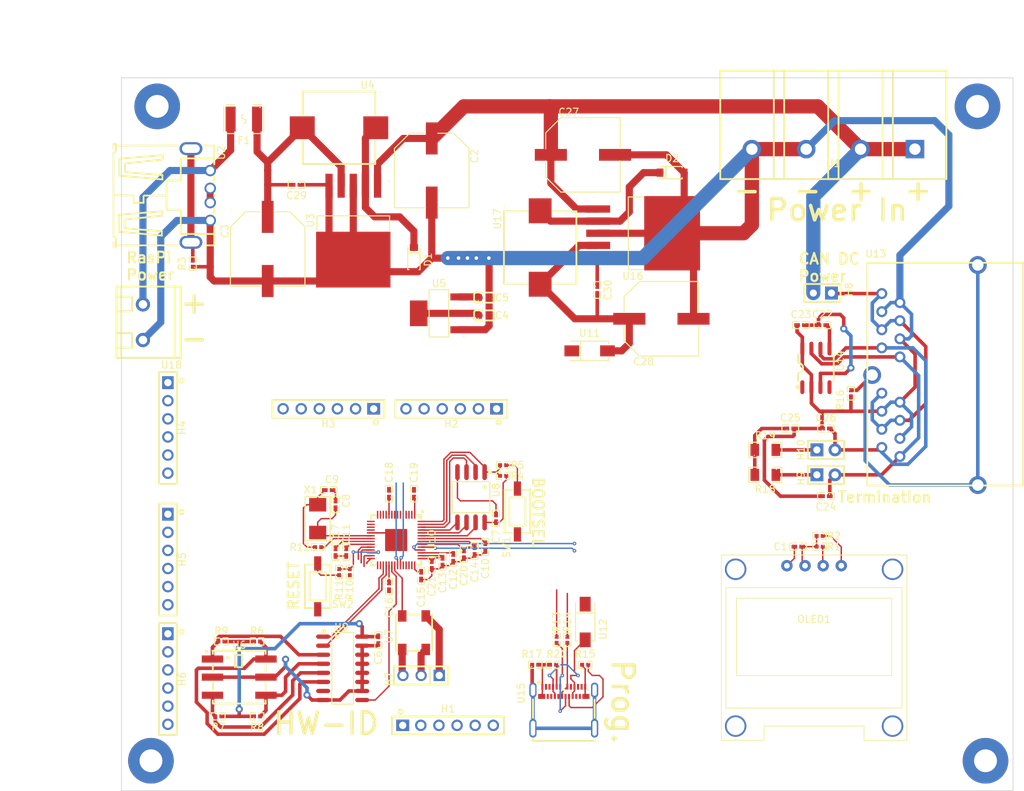
<source format=kicad_pcb>
(kicad_pcb (version 20221018) (generator pcbnew)
  (title_block (title "Dispensy Mainboard") (date "2024-01-21") (rev "0") (company "DrinkRobotics") (comment 1 "https://git.xythobuz.de/thomas/Dispensy") (comment 2 "Licensed under the CERN-OHL-S-2.0+") (comment 3 "PCB Thickness: 1mm") (comment 4 "Copyright (c) 2023 - 2024 Thomas Buck <thomas@xythobuz.de>"))
  (layers (0 "F.Cu" signal) (31 "B.Cu" signal) (34 "B.Paste" user) (35 "F.Paste" user) (36 "B.SilkS" user "B.Silkscreen") (37 "F.SilkS" user "F.Silkscreen") (38 "B.Mask" user) (39 "F.Mask" user) (44 "Edge.Cuts" user))
  (net 0 "")
  (net 1 "GND")
  (net 2 "+3.3V")
  (net 3 "+VDC")
  (net 4 "/EXT_PSU/Vout")
  (net 5 "+5V")
  (net 6 "Net-(U10-XIN)")
  (net 7 "Net-(X1-OSC2)")
  (net 8 "+1V1")
  (net 9 "Net-(U14-CANH)")
  (net 10 "Net-(C25-Pad1)")
  (net 11 "Net-(U14-CANL)")
  (net 12 "/PI/PI_PSU/Vout")
  (net 13 "Net-(U3-OUT)")
  (net 14 "Net-(U16-OUT)")
  (net 15 "/PI/ADC0")
  (net 16 "/PI/ADC1")
  (net 17 "/PI/ADC2")
  (net 18 "/PI/ADC3")
  (net 19 "/PI/IO0")
  (net 20 "/PI/IO1")
  (net 21 "/PI/IO2")
  (net 22 "/PI/IO3")
  (net 23 "/PI/IO4")
  (net 24 "/PI/IO5")
  (net 25 "/PI/IO6")
  (net 26 "/PI/IO7")
  (net 27 "/PI/IO8")
  (net 28 "/PI/IO9")
  (net 29 "/PI/IO10")
  (net 30 "/PI/IO11")
  (net 31 "/PI/IO12")
  (net 32 "/PI/IO13")
  (net 33 "/PI/IO14")
  (net 34 "/PI/IO15")
  (net 35 "/PI/Debug_Clock")
  (net 36 "/PI/Debug_Data")
  (net 37 "/PI/Debug_Tx")
  (net 38 "/PI/Debug_Rx")
  (net 39 "Net-(U7-DO)")
  (net 40 "Net-(H8-Pad1)")
  (net 41 "Net-(H9-Pad1)")
  (net 42 "Net-(H10-Pad1)")
  (net 43 "/PI/I2C_SCL")
  (net 44 "/PI/I2C_SDA")
  (net 45 "Net-(U2-SH1)")
  (net 46 "/PI/SPI_FLASH.SS")
  (net 47 "Net-(R5-Pad1)")
  (net 48 "Net-(U9-D7)")
  (net 49 "Net-(U9-D6)")
  (net 50 "Net-(U9-D5)")
  (net 51 "Net-(U9-D4)")
  (net 52 "Net-(U10-RUN)")
  (net 53 "Net-(R11-Pad2)")
  (net 54 "Net-(U10-XOUT)")
  (net 55 "/PI/USBC.DP")
  (net 56 "Net-(U10-USB_DP)")
  (net 57 "/PI/USBC.DM")
  (net 58 "Net-(U10-USB_DM)")
  (net 59 "Net-(U15-CC2)")
  (net 60 "Net-(R16-Pad1)")
  (net 61 "/PI/USBC.SHIELD")
  (net 62 "Net-(U15-CC1)")
  (net 63 "Net-(U2-D+)")
  (net 64 "/PI/LED_Din")
  (net 65 "/PI/SPI_FLASH.SD1")
  (net 66 "/PI/SPI_FLASH.SD2")
  (net 67 "/PI/SPI_FLASH.SD0")
  (net 68 "/PI/SPI_FLASH.SCLK")
  (net 69 "/PI/SPI_FLASH.SD3")
  (net 70 "/PI/SR_Load")
  (net 71 "/PI/SR_Clock")
  (net 73 "/PI/SR_Data")
  (net 74 "Net-(U10-GPIO24)")
  (net 75 "Net-(U10-GPIO25)")
  (net 76 "/PI/USBC.VBUS")
  (net 87 "Net-(U2-VCC)")
  (footprint "jlc_footprints:HDR-TH_3P-P2.54-V-F" (layer "F.Cu") (at 135.5 131.552545 180)
    (fp_text reference "H7")
    (fp_text value "WS2812")
  )
  (footprint "jlc_footprints:C0402" (layer "F.Cu") (at 138.5 115.59763 -90)
    (fp_text reference "C13")
    (fp_text value "1uF")
  )
  (footprint "jlc_footprints:R1206" (layer "F.Cu") (at 183.754966 99.907765)
    (fp_text reference "R19")
    (fp_text value "60R4")
  )
  (footprint "jlc_footprints:TO-263-5_L10.6-W9.6-P1.70-LS15.9-BR" (layer "F.Cu") (at 125.990456 68.034258 90)
    (fp_text reference "U3")
    (fp_text value "LM2576S-5_0_TR")
  )
  (footprint "jlc_footprints:R0402" (layer "F.Cu") (at 125.5 117.052545 -90)
    (fp_text reference "R10")
    (fp_text value "10K")
  )
  (footprint "jlc_footprints:CAP-SMD_BD10.0-L10.3-W10.3-FD" (layer "F.Cu") (at 158.190482 58.51762)
    (fp_text reference "C27")
    (fp_text value "100uF")
  )
  (footprint "jlc_footprints:HDR-TH_6P-P2.54-V-F" (layer "F.Cu") (at 100 96.822548 -90)
    (fp_text reference "H4")
    (fp_text value "IO_C")
  )
  (footprint "jlc_footprints:CONN-TH_4P-P7.62_L15.2-W31.7-EX4.2" (layer "F.Cu") (at 193.300464 57.717646 180)
    (fp_text reference "U1")
    (fp_text value "DBT50G-7_62-4P")
  )
  (footprint "jlc_footprints:R0402" (layer "F.Cu") (at 156 126.552545 -90)
    (fp_text reference "R14")
    (fp_text value "27R4")
  )
  (footprint "jlc_footprints:RJ45-TH_DS1129-05-S80BP-X" (layer "F.Cu") (at 206.140469 89.407765 90)
    (fp_text reference "U13")
    (fp_text value "CAN_IO")
  )
  (footprint "jlc_footprints:SOD-123_L2.8-W1.8-LS3.7-RD" (layer "F.Cu") (at 170.690482 61.01762)
    (fp_text reference "D2")
    (fp_text value "MBR340F")
  )
  (footprint "jlc_footprints:C0402" (layer "F.Cu") (at 188.754966 82.407765 180)
    (fp_text reference "C23")
    (fp_text value "47nF")
  )
  (footprint "jlc_footprints:F1812" (layer "F.Cu") (at 110.646558 53.5 180)
    (fp_text reference "F1")
    (fp_text value "ASMD1812-350-16V")
  )
  (footprint "jlc_footprints:C0402" (layer "F.Cu") (at 125 114.25 -90)
    (fp_text reference "C11")
    (fp_text value "100nF")
  )
  (footprint "jlc_footprints:CAP-SMD_BD10.0-L10.3-W10.3-FD" (layer "F.Cu") (at 136.990456 60.717646 -90)
    (fp_text reference "C2")
    (fp_text value "100uF")
  )
  (footprint "jlc_footprints:R0402" (layer "F.Cu") (at 112.5 126.78813)
    (fp_text reference "R6")
    (fp_text value "10K")
  )
  (footprint "jlc_footprints:C0402" (layer "F.Cu") (at 188.374904 113.48238 180)
    (fp_text reference "C1")
    (fp_text value "100nF")
  )
  (footprint "jlc_footprints:R0402" (layer "F.Cu") (at 154.5 126.552545 -90)
    (fp_text reference "R13")
    (fp_text value "27R4")
  )
  (footprint "jlc_footprints:C0402" (layer "F.Cu") (at 137 116.052545 -90)
    (fp_text reference "C21")
    (fp_text value "100nF")
  )
  (footprint "jlc_footprints:C0402" (layer "F.Cu") (at 192.254966 96.907765)
    (fp_text reference "C26")
    (fp_text value "100pF")
  )
  (footprint "jlc_footprints:HDR-TH_6P-P2.54-V-F" (layer "F.Cu") (at 100 132.052545 -90)
    (fp_text reference "H6")
    (fp_text value "Debug")
  )
  (footprint "jlc_footprints:C0402" (layer "F.Cu") (at 131 119.052545 -90)
    (fp_text reference "C16")
    (fp_text value "100nF")
  )
  (footprint "jlc_footprints:SOT-223-4_L6.5-W3.5-P2.30-LS7.0-BR" (layer "F.Cu") (at 138 80.75)
    (fp_text reference "U5")
    (fp_text value "AMS1117-3_3_C347222")
  )
  (footprint "jlc_footprints:SOIC-8_L5.0-W4.0-P1.27-LS6.0-BL" (layer "F.Cu") (at 190.849962 88.407765)
    (fp_text reference "U14")
    (fp_text value "TJA1042T_3_1J")
  )
  (footprint "jlc_footprints:CONN-TH_XY300V-A-5.0-2P" (layer "F.Cu") (at 96.5 82 90)
    (fp_text reference "U18")
    (fp_text value "XY300V-A-5_0-2P")
  )
  (footprint "jlc_footprints:LED-SMD_4P-L5.0-W5.0-LS5.4-TL-1" (layer "F.Cu") (at 134.5 125.552545 90)
    (fp_text reference "U7")
    (fp_text value "WS2812E-V5")
  )
  (footprint "MountingHole:MountingHole_3.2mm_M3_Pad_TopBottom" (layer "F.Cu") (at 213.5 51.717646)
    (fp_text reference "H12" hide)
    (fp_text value "MountingHole" hide)
  )
  (footprint "jlc_footprints:HDR-TH_6P-P2.54-V-F" (layer "F.Cu") (at 139.270003 138.552545)
    (fp_text reference "H1")
    (fp_text value "IO_ADC")
  )
  (footprint "jlc_footprints:R0402" (layer "F.Cu") (at 103.490456 73.784829 90)
    (fp_text reference "R3")
    (fp_text value "1M")
  )
  (footprint "jlc_footprints:C0402" (layer "F.Cu") (at 146 109.50746 90)
    (fp_text reference "C7")
    (fp_text value "100nF")
  )
  (footprint "jlc_footprints:C0402" (layer "F.Cu") (at 122.545085 105.552545 180)
    (fp_text reference "C9")
    (fp_text value "27p")
  )
  (footprint "jlc_footprints:HDR-TH_2P-P2.54-V-M-1" (layer "F.Cu") (at 191.754966 77.907765 180)
    (fp_text reference "H8")
    (fp_text value "PWR")
  )
  (footprint "jlc_footprints:HDR-TH_6P-P2.54-V-F" (layer "F.Cu") (at 139.730124 94.142588 180)
    (fp_text reference "H2")
    (fp_text value "IO_A")
  )
  (footprint "jlc_footprints:R0402" (layer "F.Cu") (at 191.374904 113.48238 180)
    (fp_text reference "R1")
    (fp_text value "10K")
  )
  (footprint "jlc_footprints:R0402" (layer "F.Cu") (at 154 130.052545 180)
    (fp_text reference "R20")
    (fp_text value "5K1")
  )
  (footprint "jlc_footprints:C0402" (layer "F.Cu") (at 131 106.052545 90)
    (fp_text reference "C18")
    (fp_text value "100nF")
  )
  (footprint "jlc_footprints:USB-C-SMD_TYPE-C-USB-18" (layer "F.Cu") (at 155.5 136.052545)
    (fp_text reference "U15")
    (fp_text value "USB-C")
  )
  (footprint "jlc_footprints:C0402" (layer "F.Cu") (at 140 115.052545 -90)
    (fp_text reference "C12")
    (fp_text value "1uF")
  )
  (footprint "jlc_footprints:OSC-SMD_2P-L5.0-W3.2" (layer "F.Cu") (at 121 109.552545 90)
    (fp_text reference "X1")
    (fp_text value "12MHz")
  )
  (footprint "jlc_footprints:SW-SMD_L6.1-W3.6-LS6.6" (layer "F.Cu") (at 149 108.552545 -90)
    (fp_text reference "SW1")
    (fp_text value "BOOTSEL")
  )
  (footprint "MountingHole:MountingHole_3.2mm_M3_Pad_TopBottom" (layer "F.Cu") (at 98.5 51.717646)
    (fp_text reference "H11" hide)
    (fp_text value "MountingHole" hide)
  )
  (footprint "jlc_footprints:TO-263-5_L10.6-W9.6-P1.70-LS15.9-BR" (layer "F.Cu") (at 165.507094 69.51762 180)
    (fp_text reference "U16")
    (fp_text value "LM2576S-5_0_TR")
  )
  (footprint "jlc_footprints:R0402" (layer "F.Cu") (at 124 117.052545 -90)
    (fp_text reference "R11")
    (fp_text value "1K")
  )
  (footprint "jlc_footprints:R0402" (layer "F.Cu") (at 121.067183 113.552545)
    (fp_text reference "R12")
    (fp_text value "1K")
  )
  (footprint "jlc_footprints:HDR-TH_6P-P2.54-V-F" (layer "F.Cu") (at 122.500127 94.142588 180)
    (fp_text reference "H3")
    (fp_text value "IO_B")
  )
  (footprint "jlc_footprints:SW-SMD_L6.1-W3.6-LS6.6" (layer "F.Cu") (at 121 119.052545 -90)
    (fp_text reference "SW2")
    (fp_text value "RESET")
  )
  (footprint "jlc_footprints:R0402" (layer "F.Cu") (at 151.5 130.052545)
    (fp_text reference "R17")
    (fp_text value "1M")
  )
  (footprint "jlc_footprints:R0402" (layer "F.Cu") (at 147 103.552545 180)
    (fp_text reference "R4")
    (fp_text value "10K")
  )
  (footprint "jlc_footprints:R0402" (layer "F.Cu") (at 158.5 130.052545 180)
    (fp_text reference "R15")
    (fp_text value "5K1")
  )
  (footprint "jlc_footprints:C0402" (layer "F.Cu") (at 141.5 114.552545 -90)
    (fp_text reference "C20")
    (fp_text value "100nF")
  )
  (footprint "jlc_footprints:SOIC-8_L5.3-W5.3-P1.27-LS8.0-BL" (layer "F.Cu") (at 142.5 106.552545 180)
    (fp_text reference "U8")
    (fp_text value "W25Q128JVSIQ")
  )
  (footprint "jlc_footprints:C0402" (layer "F.Cu") (at 192.254966 106.407765 180)
    (fp_text reference "C24")
    (fp_text value "100pF")
  )
  (footprint "jlc_footprints:SMA_L4.4-W2.8-LS5.4-R-RD" (layer "F.Cu") (at 159.125096 86.01762)
    (fp_text reference "U11")
    (fp_text value "SS54_C22452")
  )
  (footprint "MountingHole:MountingHole_3.2mm_M3_Pad_TopBottom" (layer "F.Cu") (at 214.625096 143.51762)
    (fp_text reference "H14" hide)
    (fp_text value "MountingHole" hide)
  )
  (footprint "jlc_footprints:CAP-SMD_BD10.0-L10.3-W10.3-LS11.3-FD" (layer "F.Cu") (at 113.990456 71.717646 -90)
    (fp_text reference "C3")
    (fp_text value "1000uF")
  )
  (footprint "jlc_footprints:CAP-SMD_BD10.0-L10.3-W10.3-LS11.3-FD" (layer "F.Cu") (at 169.190482 81.51762)
    (fp_text reference "C28")
    (fp_text value "1000uF")
  )
  (footprint "jlc_footprints:C0402" (layer "F.Cu") (at 144.5 113.552545 -90)
    (fp_text reference "C10")
    (fp_text value "100nF")
  )
  (footprint "jlc_footprints:C0603" (layer "F.Cu") (at 144.3349 78.549975)
    (fp_text reference "C5")
    (fp_text value "10uF")
  )
  (footprint "jlc_footprints:C0402" (layer "F.Cu") (at 134.5 106.052545 90)
    (fp_text reference "C19")
    (fp_text value "100nF")
  )
  (footprint "jlc_footprints:C0402" (layer "F.Cu") (at 135.5 117.552545 -90)
    (fp_text reference "C15")
    (fp_text value "100nF")
  )
  (footprint "jlc_footprints:R0402" (layer "F.Cu") (at 195.754966 91.974948 -90)
    (fp_text reference "R16")
    (fp_text value "1M")
  )
  (footprint "jlc_footprints:SMA_L4.4-W2.8-LS5.4-R-RD" (layer "F.Cu") (at 158.5 124.052545 -90)
    (fp_text reference "U12")
    (fp_text value "SS54_C22452")
  )
  (footprint "jlc_footprints:R0402" (layer "F.Cu") (at 147 102.052545 180)
    (fp_text reference "R5")
    (fp_text value "1K")
  )
  (footprint "jlc_footprints:SW-SMD_SM_SKCR-16S" (layer "F.Cu") (at 110 131.78813 90)
    (fp_text reference "U6")
    (fp_text value "SKCR-16S")
  )
  (footprint "jlc_footprints:C0603" (layer "F.Cu") (at 144.3349 81.049975)
    (fp_text reference "C4")
    (fp_text value "10uF")
  )
  (footprint "jlc_footprints:C0402" (layer "F.Cu") (at 187.254966 96.907765)
    (fp_text reference "C25")
    (fp_text value "4.7nF")
  )
  (footprint "jlc_footprints:C0402" (layer "F.Cu") (at 143 114.09763 -90)
    (fp_text reference "C14")
    (fp_text value "100nF")
  )
  (footprint "jlc_footprints:R1206" (layer "F.Cu") (at 183.754966 103.407765 180)
    (fp_text reference "R18")
    (fp_text value "60R4")
  )
  (footprint "jlc_footprints:USB-A-TH_USB-302-T" (layer "F.Cu") (at 104.581769 64.217646 -90)
    (fp_text reference "U2")
    (fp_text value "USB-A")
  )
  (footprint "jlc_footprints:C0402" (layer "F.Cu") (at 129.5 126.59763 90)
    (fp_text reference "C6")
    (fp_text value "100nF")
  )
  (footprint "jlc_footprints:SOIC-16_L9.9-W3.9-P1.27-LS6.0-BL" (layer "F.Cu") (at 124.5 130.552545 -90)
    (fp_text reference "U9")
    (fp_text value "74HC165D,653")
  )
  (footprint "jlc_footprints:R0402" (layer "F.Cu") (at 191.374904 111.98238 180)
    (fp_text reference "R2")
    (fp_text value "10K")
  )
  (footprint "MountingHole:MountingHole_3.2mm_M3_Pad_TopBottom" (layer "F.Cu") (at 97.625096 143.51762)
    (fp_text reference "H13" hide)
    (fp_text value "MountingHole" hide)
  )
  (footprint "jlc_footprints:SOD-123_L2.8-W1.8-LS3.7-RD" (layer "F.Cu") (at 134.490456 73.217646 -90)
    (fp_text reference "D1")
    (fp_text value "MBR340F")
  )
  (footprint "jlc_footprints:IND-SMD_L11.5-W10.0_YSPI1050" (layer "F.Cu") (at 152.190482 71.51762 -90)
    (fp_text reference "U17")
    (fp_text value "100uH")
  )
  (footprint "jlc_footprints:LQFN-56_L7.0-W7.0-P0.4-EP" (layer "F.Cu") (at 131.999873 112.552545 -90)
    (fp_text reference "U10")
    (fp_text value "RP2040")
  )
  (footprint "jlc_footprints:HDR-TH_6P-P2.54-V-F" (layer "F.Cu") (at 100 115.282542 -90)
    (fp_text reference "H5")
    (fp_text value "IO_D")
  )
  (footprint "jlc_footprints:IND-SMD_L11.5-W10.0_YSPI1050" (layer "F.Cu") (at 123.990456 54.717646 180)
    (fp_text reference "U4")
    (fp_text value "100uH")
  )
  (footprint "jlc_footprints:R0402" (layer "F.Cu") (at 112.5 137.28813)
    (fp_text reference "R8")
    (fp_text value "10K")
  )
  (footprint "jlc_footprints:C0402" (layer "F.Cu") (at 123.5 107.552545 -90)
    (fp_text reference "C8")
    (fp_text value "27p")
  )
  (footprint "jlc_footprints:C0402" (layer "F.Cu") (at 118.035541 62.717646 180)
    (fp_text reference "C29")
    (fp_text value "100nF")
  )
  (footprint "jlc_footprints:R0402" (layer "F.Cu") (at 107.5 126.78813 180)
    (fp_text reference "R9")
    (fp_text value "10K")
  )
  (footprint "extern:SSD1306_0.96_Oled" (layer "F.Cu") (at 177.595 140.655)
    (fp_text reference "OLED1")
    (fp_text value "SSD1306")
  )
  (footprint "jlc_footprints:C0402" (layer "F.Cu") (at 191.754966 82.407765)
    (fp_text reference "C22")
    (fp_text value "100nF")
  )
  (footprint "jlc_footprints:C0402" (layer "F.Cu") (at 123.5 114.25 -90)
    (fp_text reference "C17")
    (fp_text value "100nF")
  )
  (footprint "jlc_footprints:HDR-TH_2P-P2.54-V-M-1" (layer "F.Cu") (at 192.254966 99.907765)
    (fp_text reference "H10")
    (fp_text value "T_CL")
  )
  (footprint "jlc_footprints:R0402" (layer "F.Cu") (at 107.067183 137.28813 180)
    (fp_text reference "R7")
    (fp_text value "10K")
  )
  (footprint "jlc_footprints:HDR-TH_2P-P2.54-V-M-1" (layer "F.Cu") (at 192.254966 103.407765)
    (fp_text reference "H9")
    (fp_text value "T_CH")
  )
  (footprint "jlc_footprints:C0402" (layer "F.Cu") (at 160.190482 77.472535 -90)
    (fp_text reference "C30")
    (fp_text value "100nF")
  )
  (gr_rect (start 93.490456 47.717646) (end 218.490456 147.717646) (stroke (width 0.1)) (fill none) (layer "Edge.Cuts"))
  (gr_text "BOOTSEL" (at 151 103.552545 -90) (layer "F.SilkS") (effects (font (size 1.5 1.5) (thickness 0.3) bold) (justify left bottom)))
  (gr_text "Power In" (at 183.625096 68.01762) (layer "F.SilkS") (effects (font (size 3 3) (thickness 0.5) bold) (justify left bottom)))
  (gr_text "-" (at 178.990456 65.217646) (layer "F.SilkS") (effects (font (size 3 3) (thickness 0.5) bold) (justify left bottom)))
  (gr_text "Termination" (at 193.754966 107.407765) (layer "F.SilkS") (effects (font (size 1.5 1.5) (thickness 0.3) bold) (justify left bottom)))
  (gr_text "+" (at 194.990456 65.217646) (layer "F.SilkS") (effects (font (size 3 3) (thickness 0.5) bold) (justify left bottom)))
  (gr_text "RasPi\nPower" (at 93.990456 76.217646) (layer "F.SilkS") (effects (font (size 1.5 1.5) (thickness 0.3) bold) (justify left bottom)))
  (gr_text "-" (at 101.5 86) (layer "F.SilkS") (effects (font (size 3 3) (thickness 0.5) bold) (justify left bottom)))
  (gr_text "HW-ID" (at 114.5 140.052545) (layer "F.SilkS") (effects (font (size 3 3) (thickness 0.5) bold) (justify left bottom)))
  (gr_text "Prog." (at 162 129.052545 -90) (layer "F.SilkS") (effects (font (size 3 3) (thickness 0.5) bold) (justify left bottom)))
  (gr_text "+" (at 202.990456 65.217646) (layer "F.SilkS") (effects (font (size 3 3) (thickness 0.5) bold) (justify left bottom)))
  (gr_text "RESET" (at 118.5 122.552545 90) (layer "F.SilkS") (effects (font (size 1.5 1.5) (thickness 0.3) bold) (justify left bottom)))
  (gr_text "CAN DC\nPower" (at 188.254966 76.407765) (layer "F.SilkS") (effects (font (size 1.5 1.5) (thickness 0.3) bold) (justify left bottom)))
  (gr_text "+" (at 101.5 81) (layer "F.SilkS") (effects (font (size 3 3) (thickness 0.5) bold) (justify left bottom)))
  (gr_text "-" (at 187.490456 65.217646) (layer "F.SilkS") (effects (font (size 3 3) (thickness 0.5) bold) (justify left bottom)))
  (segment (start 134.490456 74.910051) (end 127.682861 74.910051) (width 1) (layer "F.Cu") (net 1))
  (segment (start 138.045085 116.59763) (end 138.5 116.142715) (width 0.2) (layer "F.Cu") (net 1))
  (segment (start 127.235585 131.187546) (end 127.235585 129.917544) (width 0.5) (layer "F.Cu") (net 1))
  (segment (start 145.034925 78.549975) (end 145.034925 73.034925) (width 1) (layer "F.Cu") (net 1))
  (segment (start 141.5 115.09763) (end 142.545085 115.09763) (width 0.2) (layer "F.Cu") (net 1))
  (segment (start 125.990456 62.85087) (end 125.990456 73.217646) (width 1) (layer "F.Cu") (net 1))
  (segment (start 151.932817 130.052545) (end 152.5 130.052545) (width 0.5) (layer "F.Cu") (net 1))
  (segment (start 158.5 130.622547) (end 158.067183 130.18973) (width 0.2) (layer "F.Cu") (net 1))
  (segment (start 191.709881 96.907765) (end 191.709881 94.532733) (width 0.5) (layer "F.Cu") (net 1))
  (segment (start 116.5 129.28813) (end 116.5 130.28813) (width 0.5) (layer "F.Cu") (net 1))
  (segment (start 106.490329 76.217519) (end 113.990456 76.217519) (width 1) (layer "F.Cu") (net 1))
  (segment (start 172.382887 67.825215) (end 170.690482 69.51762) (width 1) (layer "F.Cu") (net 1))
  (segment (start 173.690355 81.51762) (end 173.690355 72.517493) (width 1) (layer "F.Cu") (net 1))
  (segment (start 145.5 107.052545) (end 146 107.552545) (width 0.2) (layer "F.Cu") (net 1))
  (segment (start 141 115.59763) (end 141.5 115.09763) (width 0.2) (layer "F.Cu") (net 1))
  (segment (start 187.625096 98.01762) (end 187.800051 97.842665) (width 0.5) (layer "F.Cu") (net 1))
  (segment (start 184.125096 98.01762) (end 187.625096 98.01762) (width 0.5) (layer "F.Cu") (net 1))
  (segment (start 136.990456 73.009544) (end 136.990456 65.217519) (width 1) (layer "F.Cu") (net 1))
  (segment (start 141 107.052545) (end 145.5 107.052545) (width 0.2) (layer "F.Cu") (net 1))
  (segment (start 202.625458 93.217646) (end 204.754966 91.088138) (width 0.5) (layer "F.Cu") (net 1))
  (segment (start 122.990583 76.217519) (end 125.990456 73.217646) (width 1) (layer "F.Cu") (net 1))
  (segment (start 123.09017 105.552545) (end 123.5 105.962375) (width 0.2) (layer "F.Cu") (net 1))
  (segment (start 190.214961 93.36776) (end 191.334849 94.487648) (width 0.5) (layer "F.Cu") (net 1))
  (segment (start 134.490456 74.910051) (end 135.089949 74.910051) (width 1) (layer "F.Cu") (net 1))
  (segment (start 167.290431 72.917671) (end 170.690482 69.51762) (width 1) (layer "F.Cu") (net 1))
  (segment (start 127.235585 132.457549) (end 127.235585 131.187546) (width 0.5) (layer "F.Cu") (net 1))
  (segment (start 152.5 133.142588) (end 152.5 134.392525) (width 0.2) (layer "F.Cu") (net 1))
  (segment (start 183.625096 98.51762) (end 184.125096 98.01762) (width 0.5) (layer "F.Cu") (net 1))
  (segment (start 158.5 134.392525) (end 158.600076 134.492601) (width 0.2) (layer "F.Cu") (net 1))
  (segment (start 172.382887 61.01762) (end 172.382887 67.825215) (width 1) (layer "F.Cu") (net 1))
  (segment (start 158.067183 130.18973) (end 158.067183 130.052545) (width 0.2) (layer "F.Cu") (net 1))
  (segment (start 185.87949 106.407765) (end 183.625096 104.153371) (width 0.5) (layer "F.Cu") (net 1))
  (segment (start 145.034925 73.034925) (end 145 73) (width 1) (layer "F.Cu") (net 1))
  (segment (start 138.040005 131.552545) (end 138.040005 125.092423) (width 1) (layer "F.Cu") (net 1))
  (segment (start 129.265176 127.377539) (end 129.5 127.142715) (width 0.5) (layer "F.Cu") (net 1))
  (segment (start 136.990456 73.009544) (end 139.240456 73.009544) (width 1) (layer "F.Cu") (net 1))
  (segment (start 143.954915 114.642715) (end 144.5 114.09763) (width 0.2) (layer "F.Cu") (net 1))
  (segment (start 135.5 118.09763) (end 136.454915 118.09763) (width 0.2) (layer "F.Cu") (net 1))
  (segment (start 142.545085 115.09763) (end 143 114.642715) (width 0.2) (layer "F.Cu") (net 1))
  (segment (start 145.034925 78.549975) (end 145.034925 81.049975) (width 1) (layer "F.Cu") (net 1))
  (segment (start 152.5 130.052545) (end 153.567183 130.052545) (width 0.5) (layer "F.Cu") (net 1))
  (segment (start 137 116.59763) (end 138.045085 116.59763) (width 0.2) (layer "F.Cu") (net 1))
  (segment (start 127.682861 74.910051) (end 125.990456 73.217646) (width 1) (layer "F.Cu") (net 1))
  (segment (start 195.754966 92.407765) (end 195.754966 94.487648) (width 0.5) (layer "F.Cu") (net 1))
  (segment (start 137 117.552545) (end 137 116.59763) (width 0.2) (layer "F.Cu") (net 1))
  (segment (start 162.690355 58.51762) (end 169.882887 58.51762) (width 1) (layer "F.Cu") (net 1))
  (segment (start 128.449835 111.552545) (end 131 111.552545) (width 0.2) (layer "F.Cu") (net 1))
  (segment (start 127.235585 133.727551) (end 127.235585 132.457549) (width 0.5) (layer "F.Cu") (net 1))
  (segment (start 124.11557 134.997554) (end 121.764415 134.997554) (width 0.5) (layer "F.Cu") (net 1))
  (segment (start 152.5 133.142588) (end 152.5 130.052545) (width 0.2) (layer "F.Cu") (net 1))
  (segment (start 145.034925 82.499975) (end 145.034925 81.049975) (width 1) (layer "F.Cu") (net 1))
  (segment (start 136.454915 118.09763) (end 137 117.552545) (width 0.2) (layer "F.Cu") (net 1))
  (segment (start 189.490456 57.717646) (end 181.870441 57.717646) (width 2) (layer "F.Cu") (net 1))
  (segment (start 160.323706 69.51762) (end 170.690482 69.51762) (width 1) (layer "F.Cu") (net 1))
  (segment (start 188.944958 84.097757) (end 188.209881 83.36268) (width 0.5) (layer "F.Cu") (net 1))
  (segment (start 116.5 130.28813) (end 115 131.78813) (width 0.5) (layer "F.Cu") (net 1))
  (segment (start 122.590405 62.85087) (end 122.590405 69.817595) (width 1) (layer "F.Cu") (net 1))
  (segment (start 140.594996 106.647541) (end 141 107.052545) (width 0.2) (layer "F.Cu") (net 1))
  (segment (start 173.690355 72.517493) (end 170.690482 69.51762) (width 1) (layer "F.Cu") (net 1))
  (segment (start 105.936735 74.217646) (end 105.936735 75.663925) (width 1) (layer "F.Cu") (net 1))
  (segment (start 190.214961 89.36776) (end 188.944958 88.097757) (width 0.5) (layer "F.Cu") (net 1))
  (segment (start 187.800051 97.842665) (end 187.800051 96.907765) (width 0.5) (layer "F.Cu") (net 1))
  (segment (start 146 107.552545) (end 146 108.962375) (width 0.2) (layer "F.Cu") (net 1))
  (segment (start 187.829819 113.48238) (end 187.829819 115.110181) (width 0.2) (layer "F.Cu") (net 1))
  (segment (start 180.690482 69.51762) (end 170.690482 69.51762) (width 2) (layer "F.Cu") (net 1))
  (segment (start 125 114.795085) (end 123.5 114.795085) (width 0.2) (layer "F.Cu") (net 1))
  (segment (start 152.5 134.392525) (end 152.399924 134.492601) (width 0.2) (layer "F.Cu") (net 1))
  (segment (start 158.5 133.142588) (end 158.5 134.392525) (width 0.2) (layer "F.Cu") (net 1))
  (segment (start 127.235585 133.727551) (end 125.385573 133.727551) (width 0.5) (layer "F.Cu") (net 1))
  (segment (start 183.625096 104.153371) (end 183.625096 98.51762) (width 0.5) (layer "F.Cu") (net 1))
  (segment (start 181.870441 57.717646) (end 181.870441 68.337661) (width 2) (layer "F.Cu") (net 1))
  (segment (start 158.5 133.142588) (end 158.5 130.622547) (width 0.2) (layer "F.Cu") (net 1))
  (segment (start 113.990456 76.217519) (end 122.990583 76.217519) (width 1) (layer "F.Cu") (net 1))
  (segment (start 127.235585 127.377539) (end 127.235585 128.647541) (width 0.5) (layer "F.Cu") (net 1))
  (segment (start 127.235585 127.377539) (end 129.265176 127.377539) (width 0.5) (layer "F.Cu") (net 1))
  (segment (start 204.754966 86.457136) (end 202.625458 84.327628) (width 0.5) (layer "F.Cu") (net 1))
  (segment (start 140 115.59763) (end 141 115.59763) (width 0.2) (layer "F.Cu") (net 1))
  (segment (start 144.484925 83.049975) (end 145.034925 82.499975) (width 1) (layer "F.Cu") (net 1))
  (segment (start 188.944958 88.097757) (end 188.944958 85.70266) (width 0.5) (layer "F.Cu") (net 1))
  (segment (start 191.709881 106.407765) (end 185.87949 106.407765) (width 0.5) (layer "F.Cu") (net 1))
  (segment (start 122.590405 69.817595) (end 125.990456 73.217646) (width 1) (layer "F.Cu") (net 1))
  (segment (start 120.209424 134.997554) (end 119.5 134.28813) (width 0.5) (layer "F.Cu") (net 1))
  (segment (start 187.829819 115.110181) (end 186.785 116.155) (width 0.2) (layer "F.Cu") (net 1))
  (segment (start 105.936735 67.717773) (end 105.936735 74.217646) (width 1) (layer "F.Cu") (net 1))
  (segment (start 191.754966 94.487648) (end 195.754966 94.487648) (width 0.5) (layer "F.Cu") (net 1))
  (segment (start 204.754966 91.088138) (end 204.754966 86.457136) (width 0.5) (layer "F.Cu") (net 1))
  (segment (start 118.580626 62.717646) (end 122.457181 62.717646) (width 0.5) (layer "F.Cu") (net 1))
  (segment (start 140.594996 103.022446) (end 140.594996 106.647541) (width 0.2) (layer "F.Cu") (net 1))
  (segment (start 188.209881 82.407765) (end 188.209881 83.36268) (width 0.5) (layer "F.Cu") (net 1))
  (segment (start 115 131.78813) (end 113.750064 131.78813) (width 0.5) (layer "F.Cu") (net 1))
  (segment (start 160.190482 73.050895) (end 160.323706 72.917671) (width 0.5) (layer "F.Cu") (net 1))
  (segment (start 160.323706 72.917671) (end 167.290431 72.917671) (width 1) (layer "F.Cu") (net 1))
  (segment (start 188.944958 85.70266) (end 188.944958 84.097757) (width 0.5) (layer "F.Cu") (net 1))
  (segment (start 131 111.552545) (end 132 112.552545) (width 0.2) (layer "F.Cu") (net 1))
  (segment (start 135.089949 74.910051) (end 136.990456 73.009544) (width 1) (layer "F.Cu") (net 1))
  (segment (start 123.5 105.962375) (end 123.5 107.00746) (width 0.2) (layer "F.Cu") (net 1))
  (segment (start 105.936735 75.663925) (end 106.490329 76.217519) (width 1) (layer "F.Cu") (net 1))
  (segment (start 139.25 73) (end 145 73) (width 1) (layer "F.Cu") (net 1))
  (segment (start 103.490456 74.217646) (end 105.936735 74.217646) (width 0.5) (layer "F.Cu") (net 1))
  (segment (start 181.870441 68.337661) (end 180.690482 69.51762) (width 2) (layer "F.Cu") (net 1))
  (segment (start 106.249936 131.78813) (end 113.750064 131.78813) (width 0.5) (layer "F.Cu") (net 1))
  (segment (start 121.764415 134.997554) (end 120.209424 134.997554) (width 0.5) (layer "F.Cu") (net 1))
  (segment (start 195.754966 94.487648) (end 200.085452 94.487648) (width 0.5) (layer "F.Cu") (net 1))
  (segment (start 169.882887 58.51762) (end 172.382887 61.01762) (width 1) (layer "F.Cu") (net 1))
  (segment (start 191.334849 94.487648) (end 191.754966 94.487648) (width 0.5) (layer "F.Cu") (net 1))
  (segment (start 140.8349 83.049975) (end 144.484925 83.049975) (width 1) (layer "F.Cu") (net 1))
  (segment (start 139.240456 73.009544) (end 139.25 73) (width 1) (layer "F.Cu") (net 1))
  (segment (start 125.385573 133.727551) (end 124.11557 134.997554) (width 0.5) (layer "F.Cu") (net 1))
  (segment (start 160.190482 76.92745) (end 160.190482 73.050895) (width 0.5) (layer "F.Cu") (net 1))
  (segment (start 191.709881 96.907765) (end 187.800051 96.907765) (width 0.5) (layer "F.Cu") (net 1))
  (segment (start 122.457181 62.717646) (end 122.590405 62.85087) (width 0.5) (layer "F.Cu") (net 1))
  (segment (start 139.454915 116.142715) (end 140 115.59763) (width 0.2) (layer "F.Cu") (net 1))
  (segment (start 143 114.642715) (end 143.954915 114.642715) (width 0.2) (layer "F.Cu") (net 1))
  (segment (start 190.214961 91.11287) (end 190.214961 89.36776) (width 0.5) (layer "F.Cu") (net 1))
  (segment (start 190.214961 91.11287) (end 190.214961 93.36776) (width 0.5) (layer "F.Cu") (net 1))
  (segment (start 191.709881 94.532733) (end 191.754966 94.487648) (width 0.5) (layer "F.Cu") (net 1))
  (segment (start 127.235585 129.917544) (end 127.235585 128.647541) (width 0.5) (layer "F.Cu") (net 1))
  (segment (start 138.5 116.142715) (end 139.454915 116.142715) (width 0.2) (layer "F.Cu") (net 1))
  (segment (start 138.040005 125.092423) (end 136.150114 123.202532) (width 1) (layer "F.Cu") (net 1))
  (via (at 140.75 73) (size 1) (drill 0.5) (layers "F.Cu" "B.Cu") (net 1))
  (via (at 119.5 134.28813) (size 1) (drill 0.5) (layers "F.Cu" "B.Cu") (net 1))
  (via (at 142 73) (size 1) (drill 0.5) (layers "F.Cu" "B.Cu") (net 1))
  (via (at 139.25 73) (size 1) (drill 0.5) (layers "F.Cu" "B.Cu") (net 1))
  (via (at 145 73) (size 1) (drill 0.5) (layers "F.Cu" "B.Cu") (net 1))
  (via (at 116.5 129.28813) (size 1) (drill 0.5) (layers "F.Cu" "B.Cu") (net 1))
  (via (at 143.25 73) (size 1) (drill 0.5) (layers "F.Cu" "B.Cu") (net 1))
  (segment (start 204.254966 94.847154) (end 202.625458 93.217646) (width 0.5) (layer "B.Cu") (net 1))
  (segment (start 145 73) (end 166.588087 73) (width 2) (layer "B.Cu") (net 1))
  (segment (start 201.355454 93.217646) (end 200.085452 94.487648) (width 0.5) (layer "B.Cu") (net 1))
  (segment (start 143.5 73) (end 145 73) (width 2) (layer "B.Cu") (net 1))
  (segment (start 96.5 84.5) (end 99 82) (width 1) (layer "B.Cu") (net 1))
  (segment (start 116.5 130.28813) (end 116.5 129.28813) (width 0.5) (layer "B.Cu") (net 1))
  (segment (start 204.254966 96.668148) (end 204.254966 94.847154) (width 0.5) (layer "B.Cu") (net 1))
  (segment (start 119.5 133.28813) (end 116.5 130.28813) (width 0.5) (layer "B.Cu") (net 1))
  (segment (start 202.625458 93.217646) (end 201.355454 93.217646) (width 0.5) (layer "B.Cu") (net 1))
  (segment (start 193.490456 53.717646) (end 189.490456 57.717646) (width 1) (layer "B.Cu") (net 1))
  (segment (start 139.25 73) (end 140.75 73) (width 2) (layer "B.Cu") (net 1))
  (segment (start 202.625458 84.327628) (end 203.835103 84.327628) (width 0.5) (layer "B.Cu") (net 1))
  (segment (start 201.355454 79.247618) (end 200.085452 80.51762) (width 0.5) (layer "B.Cu") (net 1))
  (segment (start 99 70) (end 101.282227 67.717773) (width 1) (layer "B.Cu") (net 1))
  (segment (start 119.5 134.28813) (end 119.5 133.28813) (width 0.5) (layer "B.Cu") (net 1))
  (segment (start 204.254966 80.877126) (end 202.625458 79.247618) (width 0.5) (layer "B.Cu") (net 1))
  (segment (start 203.835103 84.327628) (end 204.254966 83.907765) (width 0.5) (layer "B.Cu") (net 1))
  (segment (start 143 73) (end 143.5 73) (width 2) (layer "B.Cu") (net 1))
  (segment (start 166.588087 73) (end 181.870441 57.717646) (width 2) (layer "B.Cu") (net 1))
  (segment (start 207.490456 53.717646) (end 193.490456 53.717646) (width 1) (layer "B.Cu") (net 1))
  (segment (start 142 73) (end 142.25 73) (width 2) (layer "B.Cu") (net 1))
  (segment (start 202.625458 98.297656) (end 204.254966 96.668148) (width 0.5) (layer "B.Cu") (net 1))
  (segment (start 209.490456 65.717646) (end 209.490456 55.717646) (width 1) (layer "B.Cu") (net 1))
  (segment (start 142.25 73) (end 143.25 73) (width 2) (layer "B.Cu") (net 1))
  (segment (start 209.490456 55.717646) (end 207.490456 53.717646) (width 1) (layer "B.Cu") (net 1))
  (segment (start 141 73) (end 142 73) (width 2) (layer "B.Cu") (net 1))
  (segment (start 202.625458 79.247618) (end 201.355454 79.247618) (width 0.5) (layer "B.Cu") (net 1))
  (segment (start 99 82) (end 99 70) (width 1) (layer "B.Cu") (net 1))
  (segment (start 101.282227 67.717773) (end 105.936735 67.717773) (width 1) (layer "B.Cu") (net 1))
  (segment (start 143.25 73) (end 143.75 73) (width 2) (layer "B.Cu") (net 1))
  (segment (start 204.254966 83.907765) (end 204.254966 80.877126) (width 0.5) (layer "B.Cu") (net 1))
  (segment (start 202.625458 72.582644) (end 209.490456 65.717646) (width 1) (layer "B.Cu") (net 1))
  (segment (start 202.625458 79.247618) (end 202.625458 72.582644) (width 1) (layer "B.Cu") (net 1))
  (segment (start 135.549911 115.152494) (end 136.645034 115.152494) (width 0.2) (layer "F.Cu") (net 2))
  (segment (start 127.235585 126.107536) (end 129.445009 126.107536) (width 0.5) (layer "F.Cu") (net 2))
  (segment (start 146.5 110.052545) (end 147 109.552545) (width 0.2) (layer "F.Cu") (net 2))
  (segment (start 188.919989 115.749989) (end 189.325 116.155) (width 0.2) (layer "F.Cu") (net 2))
  (segment (start 134.599949 106.697579) (end 134.5 106.59763) (width 0.2) (layer "F.Cu") (net 2))
  (segment (start 138.199898 114.752443) (end 138.5 115.052545) (width 0.2) (layer "F.Cu") (net 2))
  (segment (start 142.199898 112.752443) (end 143 113.552545) (width 0.2) (layer "F.Cu") (net 2))
  (segment (start 127.235585 124.698721) (end 126.824994 124.28813) (width 0.5) (layer "F.Cu") (net 2))
  (segment (start 144.405004 110.082644) (end 145.969901 110.082644) (width 0.2) (layer "F.Cu") (net 2))
  (segment (start 112.067183 137.28813) (end 110 137.28813) (width 0.5) (layer "F.Cu") (net 2))
  (segment (start 131 116.10271) (end 131 118.50746) (width 0.2) (layer "F.Cu") (net 2))
  (segment (start 143.3349 80.75) (end 143.634875 81.049975) (width 1) (layer "F.Cu") (net 2))
  (segment (start 128.449835 112.752443) (end 124.452472 112.752443) (width 0.2) (layer "F.Cu") (net 2))
  (segment (start 192.754966 82.86268) (end 192.300051 82.407765) (width 0.5) (layer "F.Cu") (net 2))
  (segment (start 192.754966 85.70266) (end 192.754966 82.86268) (width 0.5) (layer "F.Cu") (net 2))
  (segment (start 137.454915 115.052545) (end 137 115.50746) (width 0.2) (layer "F.Cu") (net 2))
  (segment (start 146 110.052545) (end 146.5 110.052545) (width 0.2) (layer "F.Cu") (net 2))
  (segment (start 145.969901 110.082644) (end 146 110.052545) (width 0.2) (layer "F.Cu") (net 2))
  (segment (start 110 137.28813) (end 107.5 137.28813) (width 0.5) (layer "F.Cu") (net 2))
  (segment (start 143 113.552545) (end 141.954915 113.552545) (width 0.2) (layer "F.Cu") (net 2))
  (segment (start 134.599949 116.652494) (end 134.954915 117.00746) (width 0.2) (layer "F.Cu") (net 2))
  (segment (start 138.5 115.052545) (end 137.454915 115.052545) (width 0.2) (layer "F.Cu") (net 2))
  (segment (start 140.8349 80.75) (end 143.3349 80.75) (width 1) (layer "F.Cu") (net 2))
  (segment (start 135.549911 112.752443) (end 142.199898 112.752443) (width 0.2) (layer "F.Cu") (net 2))
  (segment (start 134.599949 116.10271) (end 134.599949 116.652494) (width 0.2) (layer "F.Cu") (net 2))
  (segment (start 147 109.552545) (end 147 104.552545) (width 0.2) (layer "F.Cu") (net 2))
  (segment (start 110 136.28813) (end 110 137.28813) (width 0.5) (layer "F.Cu") (net 2))
  (segment (start 124.452472 112.752443) (end 123.5 113.704915) (width 0.2) (layer "F.Cu") (net 2))
  (segment (start 188.919989 113.48238) (end 188.919989 115.749989) (width 0.2) (layer "F.Cu") (net 2))
  (segment (start 190.942087 111.98238) (end 190.942087 113.48238) (width 0.2) (layer "F.Cu") (net 2))
  (segment (start 140.8349 80.75) (end 135.1651 80.75) (width 1) (layer "F.Cu") (net 2))
  (segment (start 190.942087 113.48238) (end 188.919989 113.48238) (width 0.2) (layer "F.Cu") (net 2))
  (segment (start 141.954915 113.552545) (end 141.5 114.00746) (width 0.2) (layer "F.Cu") (net 2))
  (segment (start 110 126.78813) (end 110 127.78813) (width 0.5) (layer "F.Cu") (net 2))
  (segment (start 129.445009 126.107536) (end 129.5 126.052545) (width 0.5) (layer "F.Cu") (net 2))
  (segment (start 135.549911 113.152494) (end 140.645034 113.152494) (width 0.2) (layer "F.Cu") (net 2))
  (segment (start 110 126.78813) (end 107.932817 126.78813) (width 0.5) (layer "F.Cu") (net 2))
  (segment (start 134.954915 117.00746) (end 135.5 117.00746) (width 0.2) (layer "F.Cu") (net 2))
  (segment (start 136.645034 115.152494) (end 137 115.50746) (width 0.2) (layer "F.Cu") (net 2))
  (segment (start 127.235585 126.107536) (end 127.235585 124.698721) (width 0.5) (layer "F.Cu") (net 2))
  (segment (start 134.599949 109.00238) (end 134.599949 106.697579) (width 0.2) (layer "F.Cu") (net 2))
  (segment (start 147.432817 104.119728) (end 147.432817 103.552545) (width 0.2) (layer "F.Cu") (net 2))
  (segment (start 135.549911 114.752443) (end 138.199898 114.752443) (width 0.2) (layer "F.Cu") (net 2))
  (segment (start 112.067183 126.78813) (end 110 126.78813) (width 0.5) (layer "F.Cu") (net 2))
  (segment (start 131 109.00238) (end 131 106.59763) (width 0.2) (layer "F.Cu") (net 2))
  (segment (start 147 104.552545) (end 147.432817 104.119728) (width 0.2) (layer "F.Cu") (net 2))
  (segment (start 140.645034 113.152494) (end 141.5 114.00746) (width 0.2) (layer "F.Cu") (net 2))
  (via (at 110 127.78813) (size 1) (drill 0.5) (layers "F.Cu" "B.Cu") (net 2))
  (via (at 110 136.28813) (size 1) (drill 0.5) (layers "F.Cu" "B.Cu") (net 2))
  (via (at 126.824994 124.28813) (size 1) (drill 0.5) (layers "F.Cu" "B.Cu") (net 2))
  (segment (start 115 127.78813) (end 110 127.78813) (width 0.5) (layer "B.Cu") (net 2))
  (segment (start 118.5 124.28813) (end 115 127.78813) (width 0.5) (layer "B.Cu") (net 2))
  (segment (start 118.5 124.28813) (end 126.824994 124.28813) (width 0.5) (layer "B.Cu") (net 2))
  (segment (start 110 127.78813) (end 110 136.28813) (width 0.5) (layer "B.Cu") (net 2))
  (segment (start 132.990329 56.217773) (end 136.990456 56.217773) (width 1) (layer "F.Cu") (net 3))
  (segment (start 160.323706 66.117569) (end 157.290431 66.117569) (width 1) (layer "F.Cu") (net 3))
  (segment (start 141.490583 51.717646) (end 136.990456 56.217773) (width 2) (layer "F.Cu") (net 3))
  (segment (start 191.110472 51.717646) (end 153.490456 51.717646) (width 2) (layer "F.Cu") (net 3))
  (segment (start 157.290431 66.117569) (end 153.690609 62.517747) (width 1) (layer "F.Cu") (net 3))
  (segment (start 129.390507 62.85087) (end 129.390507 59.817595) (width 1) (layer "F.Cu") (net 3))
  (segment (start 197.110472 57.717646) (end 191.110472 51.717646) (width 2) (layer "F.Cu") (net 3))
  (segment (start 153.690609 51.917799) (end 153.690609 58.51762) (width 2) (layer "F.Cu") (net 3))
  (segment (start 153.690609 62.517747) (end 153.690609 58.51762) (width 1) (layer "F.Cu") (net 3))
  (segment (start 153.490456 51.717646) (end 141.490583 51.717646) (width 2) (layer "F.Cu") (net 3))
  (segment (start 153.490456 51.717646) (end 153.690609 51.917799) (width 2) (layer "F.Cu") (net 3))
  (segment (start 129.390507 59.817595) (end 132.990329 56.217773) (width 1) (layer "F.Cu") (net 3))
  (segment (start 197.110472 57.717646) (end 204.730487 57.717646) (width 2) (layer "F.Cu") (net 3))
  (segment (start 197.110472 57.717646) (end 190.484963 64.343155) (width 2) (layer "B.Cu") (net 3))
  (segment (start 190.484963 64.343155) (end 190.484963 77.907765) (width 2) (layer "B.Cu") (net 3))
  (segment (start 113.990456 62.717646) (end 113.990456 60.717646) (width 1) (layer "F.Cu") (net 4))
  (segment (start 124.290431 62.85087) (end 124.290431 60.167735) (width 1) (layer "F.Cu") (net 4))
  (segment (start 112.5 58.077076) (end 113.990456 59.567532) (width 1) (layer "F.Cu") (net 4))
  (segment (start 112.5 53.5) (end 112.5 58.077076) (width 1) (layer "F.Cu") (net 4))
  (segment (start 124.290431 60.167735) (end 118.840342 54.717646) (width 1) (layer "F.Cu") (net 4))
  (segment (start 113.990456 59.567532) (end 118.840342 54.717646) (width 1) (layer "F.Cu") (net 4))
  (segment (start 113.990456 60.717646) (end 113.990456 59.567532) (width 1) (layer "F.Cu") (net 4))
  (segment (start 113.990329 60.717773) (end 113.990456 60.717646) (width 1) (layer "F.Cu") (net 4))
  (segment (start 113.990456 67.217773) (end 113.990456 62.717646) (width 1) (layer "F.Cu") (net 4))
  (segment (start 117.490456 62.717646) (end 113.990456 62.717646) (width 0.5) (layer "F.Cu") (net 4))
  (segment (start 191.754966 80.907765) (end 194.254966 80.907765) (width 0.5) (layer "F.Cu") (net 5))
  (segment (start 191.484963 89.177768) (end 194.984963 89.177768) (width 0.5) (layer "F.Cu") (net 5))
  (segment (start 189.300051 82.407765) (end 191.209881 82.407765) (width 0.5) (layer "F.Cu") (net 5))
  (segment (start 194.754966 81.407765) (end 194.754966 82.907765) (width 0.5) (layer "F.Cu") (net 5))
  (segment (start 143.534925 78.450025) (end 143.634875 78.549975) (width 1) (layer "F.Cu") (net 5))
  (segment (start 194.984963 89.177768) (end 195.754966 88.407765) (width 0.5) (layer "F.Cu") (net 5))
  (segment (start 132.849886 131.442436) (end 132.959995 131.552545) (width 1) (layer "F.Cu") (net 5))
  (segment (start 140.8349 78.450025) (end 143.534925 78.450025) (width 1) (layer "F.Cu") (net 5))
  (segment (start 191.209881 81.45285) (end 191.754966 80.907765) (width 0.5) (layer "F.Cu") (net 5))
  (segment (start 191.209881 82.407765) (end 191.209881 81.45285) (width 0.5) (layer "F.Cu") (net 5))
  (segment (start 132.849886 127.902558) (end 132.849886 131.442436) (width 1) (layer "F.Cu") (net 5))
  (segment (start 191.484963 91.11287) (end 191.484963 89.177768) (width 0.5) (layer "F.Cu") (net 5))
  (segment (start 194.254966 80.907765) (end 194.754966 81.407765) (width 0.5) (layer "F.Cu") (net 5))
  (via (at 195.754966 88.407765) (size 1) (drill 0.5) (layers "F.Cu" "B.Cu") (net 5))
  (via (at 194.754966 82.907765) (size 1) (drill 0.5) (layers "F.Cu" "B.Cu") (net 5))
  (segment (start 195.754966 88.407765) (end 195.754966 83.907765) (width 0.5) (layer "B.Cu") (net 5))
  (segment (start 195.754966 83.907765) (end 194.754966 82.907765) (width 0.5) (layer "B.Cu") (net 5))
  (segment (start 123 109.552545) (end 123.5 109.052545) (width 0.2) (layer "F.Cu") (net 6))
  (segment (start 121.450089 111.952596) (end 121 111.502507) (width 0.2) (layer "F.Cu") (net 6))
  (segment (start 128.449835 111.952596) (end 121.450089 111.952596) (width 0.2) (layer "F.Cu") (net 6))
  (segment (start 121 110.052545) (end 121.5 109.552545) (width 0.2) (layer "F.Cu") (net 6))
  (segment (start 123.5 109.052545) (end 123.5 108.09763) (width 0.2) (layer "F.Cu") (net 6))
  (segment (start 121 111.502507) (end 121 110.052545) (width 0.2) (layer "F.Cu") (net 6))
  (segment (start 121.5 109.552545) (end 123 109.552545) (width 0.2) (layer "F.Cu") (net 6))
  (segment (start 119.5 113.552545) (end 119 113.052545) (width 0.2) (layer "F.Cu") (net 7))
  (segment (start 119 108.052545) (end 119.449962 107.602583) (width 0.2) (layer "F.Cu") (net 7))
  (segment (start 119 113.052545) (end 119 108.052545) (width 0.2) (layer "F.Cu") (net 7))
  (segment (start 120.634366 113.552545) (end 119.5 113.552545) (width 0.2) (layer "F.Cu") (net 7))
  (segment (start 122 105.552545) (end 121 106.552545) (width 0.2) (layer "F.Cu") (net 7))
  (segment (start 121 106.552545) (end 121 107.602583) (width 0.2) (layer "F.Cu") (net 7))
  (segment (start 119.449962 107.602583) (end 121 107.602583) (width 0.2) (layer "F.Cu") (net 7))
  (segment (start 125.552421 113.152494) (end 125 113.704915) (width 0.2) (layer "F.Cu") (net 8))
  (segment (start 135.549911 112.352393) (end 143.844933 112.352393) (width 0.2) (layer "F.Cu") (net 8))
  (segment (start 139.844933 114.352393) (end 140 114.50746) (width 0.2) (layer "F.Cu") (net 8))
  (segment (start 128.449835 113.152494) (end 125.552421 113.152494) (width 0.2) (layer "F.Cu") (net 8))
  (segment (start 135.549911 114.352393) (end 139.844933 114.352393) (width 0.2) (layer "F.Cu") (net 8))
  (segment (start 143.844933 112.352393) (end 144.5 113.00746) (width 0.2) (layer "F.Cu") (net 8))
  (segment (start 193.524969 103.407765) (end 200.055354 103.407765) (width 0.5) (layer "F.Cu") (net 9))
  (segment (start 191.649162 87.827768) (end 190.214961 86.393567) (width 0.5) (layer "F.Cu") (net 9))
  (segment (start 194.795098 86.867633) (end 193.834963 87.827768) (width 0.5) (layer "F.Cu") (net 9))
  (segment (start 193.834963 87.827768) (end 191.649162 87.827768) (width 0.5) (layer "F.Cu") (net 9))
  (segment (start 200.055354 103.407765) (end 202.625458 100.837661) (width 0.5) (layer "F.Cu") (net 9))
  (segment (start 202.625458 86.867633) (end 194.795098 86.867633) (width 0.5) (layer "F.Cu") (net 9))
  (segment (start 190.214961 86.393567) (end 190.214961 85.70266) (width 0.5) (layer "F.Cu") (net 9))
  (segment (start 192.800051 106.407765) (end 192.800051 104.132683) (width 0.5) (layer "F.Cu") (net 9))
  (segment (start 192.800051 104.132683) (end 193.524969 103.407765) (width 0.5) (layer "F.Cu") (net 9))
  (segment (start 205.254966 98.208153) (end 202.625458 100.837661) (width 0.5) (layer "B.Cu") (net 9))
  (segment (start 202.625458 86.867633) (end 205.254966 89.497141) (width 0.5) (layer "B.Cu") (net 9))
  (segment (start 205.254966 89.497141) (end 205.254966 98.208153) (width 0.5) (layer "B.Cu") (net 9))
  (segment (start 182.276175 97.886556) (end 182.276175 99.907765) (width 0.5) (layer "F.Cu") (net 10))
  (segment (start 182.276175 103.407765) (end 182.276175 99.907765) (width 0.5) (layer "F.Cu") (net 10))
  (segment (start 183.254966 96.907765) (end 182.276175 97.886556) (width 0.5) (layer "F.Cu") (net 10))
  (segment (start 186.709881 96.907765) (end 183.254966 96.907765) (width 0.5) (layer "F.Cu") (net 10))
  (segment (start 193.534963 87.127768) (end 191.974969 87.127768) (width 0.5) (layer "F.Cu") (net 11))
  (segment (start 193.524969 99.907765) (end 193.524969 97.632683) (width 0.5) (layer "F.Cu") (net 11))
  (segment (start 199.745345 99.907765) (end 200.085452 99.567658) (width 0.5) (layer "F.Cu") (net 11))
  (segment (start 191.974969 87.127768) (end 191.484963 86.637762) (width 0.5) (layer "F.Cu") (net 11))
  (segment (start 200.085452 85.59763) (end 195.065101 85.59763) (width 0.5) (layer "F.Cu") (net 11))
  (segment (start 191.484963 86.637762) (end 191.484963 85.70266) (width 0.5) (layer "F.Cu") (net 11))
  (segment (start 195.065101 85.59763) (end 193.534963 87.127768) (width 0.5) (layer "F.Cu") (net 11))
  (segment (start 193.524969 99.907765) (end 199.745345 99.907765) (width 0.5) (layer "F.Cu") (net 11))
  (segment (start 193.524969 97.632683) (end 192.800051 96.907765) (width 0.5) (layer "F.Cu") (net 11))
  (segment (start 204.444831 85.59763) (end 206.254966 87.407765) (width 0.5) (layer "B.Cu") (net 11))
  (segment (start 206.254966 87.407765) (end 206.254966 99.407765) (width 0.5) (layer "B.Cu") (net 11))
  (segment (start 203.738069 101.924662) (end 201.771863 101.924662) (width 0.5) (layer "B.Cu") (net 11))
  (segment (start 201.771863 101.924662) (end 200.085452 100.238251) (width 0.5) (layer "B.Cu") (net 11))
  (segment (start 200.085452 85.59763) (end 204.444831 85.59763) (width 0.5) (layer "B.Cu") (net 11))
  (segment (start 200.085452 100.238251) (end 200.085452 99.567658) (width 0.5) (layer "B.Cu") (net 11))
  (segment (start 206.254966 99.407765) (end 203.738069 101.924662) (width 0.5) (layer "B.Cu") (net 11))
  (segment (start 160.323706 71.217645) (end 157.640571 71.217645) (width 1) (layer "F.Cu") (net 12))
  (segment (start 164.690609 84.952107) (end 164.690609 81.51762) (width 1) (layer "F.Cu") (net 12))
  (segment (start 157.040368 81.51762) (end 152.190482 76.667734) (width 1) (layer "F.Cu") (net 12))
  (segment (start 163.625096 86.01762) (end 164.690609 84.952107) (width 1) (layer "F.Cu") (net 12))
  (segment (start 161.625096 81.51762) (end 160.190482 81.51762) (width 1) (layer "F.Cu") (net 12))
  (segment (start 160.190482 78.01762) (end 160.190482 81.51762) (width 0.5) (layer "F.Cu") (net 12))
  (segment (start 160.190482 81.51762) (end 157.040368 81.51762) (width 1) (layer "F.Cu") (net 12))
  (segment (start 164.690609 81.51762) (end 161.625096 81.51762) (width 1) (layer "F.Cu") (net 12))
  (segment (start 157.640571 71.217645) (end 152.190482 76.667734) (width 1) (layer "F.Cu") (net 12))
  (segment (start 161.628779 81.521303) (end 161.625096 81.51762) (width 1) (layer "F.Cu") (net 12))
  (segment (start 161.628779 86.01762) (end 163.625096 86.01762) (width 1) (layer "F.Cu") (net 12))
  (segment (start 127.690481 62.85087) (end 127.690481 65.917671) (width 1) (layer "F.Cu") (net 13))
  (segment (start 127.690481 62.85087) (end 127.690481 56.167735) (width 1) (layer "F.Cu") (net 13))
  (segment (start 134.490456 69.217646) (end 134.490456 71.525241) (width 1) (layer "F.Cu") (net 13))
  (segment (start 132.490456 67.217646) (end 134.490456 69.217646) (width 1) (layer "F.Cu") (net 13))
  (segment (start 128.990456 67.217646) (end 132.490456 67.217646) (width 1) (layer "F.Cu") (net 13))
  (segment (start 127.690481 56.167735) (end 129.14057 54.717646) (width 1) (layer "F.Cu") (net 13))
  (segment (start 127.690481 65.917671) (end 128.990456 67.217646) (width 1) (layer "F.Cu") (net 13))
  (segment (start 164.690482 66.51762) (end 164.690482 63.01762) (width 1) (layer "F.Cu") (net 14))
  (segment (start 153.640571 67.817595) (end 152.190482 66.367506) (width 1) (layer "F.Cu") (net 14))
  (segment (start 163.390507 67.817595) (end 164.690482 66.51762) (width 1) (layer "F.Cu") (net 14))
  (segment (start 160.323706 67.817595) (end 163.390507 67.817595) (width 1) (layer "F.Cu") (net 14))
  (segment (start 164.690482 63.01762) (end 166.690482 61.01762) (width 1) (layer "F.Cu") (net 14))
  (segment (start 166.690482 61.01762) (end 168.998077 61.01762) (width 1) (layer "F.Cu") (net 14))
  (segment (start 160.323706 67.817595) (end 153.640571 67.817595) (width 1) (layer "F.Cu") (net 14))
  (segment (start 126.7 113.984315) (end 126.7 115.25) (width 0.2) (layer "F.Cu") (net 35))
  (segment (start 127.131769 113.552545) (end 126.7 113.984315) (width 0.2) (layer "F.Cu") (net 35))
  (segment (start 128.449835 113.552545) (end 127.131769 113.552545) (width 0.2) (layer "F.Cu") (net 35))
  (segment (start 127.297455 113.952545) (end 127.1 114.15) (width 0.2) (layer "F.Cu") (net 36))
  (segment (start 128.449835 113.952596) (end 128.449784 113.952545) (width 0.2) (layer "F.Cu") (net 36))
  (segment (start 127.1 114.15) (end 127.1 115.75) (width 0.2) (layer "F.Cu") (net 36))
  (segment (start 128.449784 113.952545) (end 127.297455 113.952545) (width 0.2) (layer "F.Cu") (net 36))
  (segment (start 128.449835 114.752443) (end 127.599886 114.752443) (width 0.2) (layer "F.Cu") (net 37))
  (segment (start 127.5 114.852329) (end 127.5 116.25) (width 0.2) (layer "F.Cu") (net 37))
  (segment (start 127.599886 114.752443) (end 127.5 114.852329) (width 0.2) (layer "F.Cu") (net 37))
  (segment (start 127.9 115.702329) (end 127.9 115.85) (width 0.2) (layer "F.Cu") (net 38))
  (segment (start 128.449835 115.152494) (end 127.9 115.702329) (width 0.2) (layer "F.Cu") (net 38))
  (segment (start 135.5 131.552545) (end 135.5 128.552672) (width 1) (layer "F.Cu") (net 39))
  (segment (start 135.5 128.552672) (end 136.150114 127.902558) (width 1) (layer "F.Cu") (net 39))
  (segment (start 206.254966 85.417131) (end 202.625458 81.787623) (width 0.5) (layer "F.Cu") (net 40))
  (segment (start 206.254966 93.407765) (end 206.254966 85.417131) (width 0.5) (layer "F.Cu") (net 40))
  (segment (start 200.085452 77.977615) (end 193.094819 77.977615) (width 0.5) (layer "F.Cu") (net 40))
  (segment (start 202.625458 95.757651) (end 203.90508 95.757651) (width 0.5) (layer "F.Cu") (net 40))
  (segment (start 203.90508 95.757651) (end 206.254966 93.407765) (width 0.5) (layer "F.Cu") (net 40))
  (segment (start 193.094819 77.977615) (end 193.024969 77.907765) (width 0.5) (layer "F.Cu") (net 40))
  (segment (start 202.625458 95.757651) (end 201.355454 95.757651) (width 0.5) (layer "B.Cu") (net 40))
  (segment (start 200.085452 83.057625) (end 198.754966 81.727139) (width 0.5) (layer "B.Cu") (net 40))
  (segment (start 202.625458 81.787623) (end 201.355454 81.787623) (width 0.5) (layer "B.Cu") (net 40))
  (segment (start 198.754966 93.278129) (end 200.085452 91.947643) (width 0.5) (layer "B.Cu") (net 40))
  (segment (start 201.355454 81.787623) (end 200.085452 83.057625) (width 0.5) (layer "B.Cu") (net 40))
  (segment (start 201.355454 95.757651) (end 200.085452 97.027653) (width 0.5) (layer "B.Cu") (net 40))
  (segment (start 198.754966 79.308101) (end 200.085452 77.977615) (width 0.5) (layer "B.Cu") (net 40))
  (segment (start 198.754966 95.697167) (end 198.754966 93.278129) (width 0.5) (layer "B.Cu") (net 40))
  (segment (start 200.085452 97.027653) (end 198.754966 95.697167) (width 0.5) (layer "B.Cu") (net 40))
  (segment (start 198.754966 81.727139) (end 198.754966 79.308101) (width 0.5) (layer "B.Cu") (net 40))
  (segment (start 190.984963 103.407765) (end 185.233757 103.407765) (width 0.5) (layer "F.Cu") (net 41))
  (segment (start 190.984963 99.907765) (end 185.233757 99.907765) (width 0.5) (layer "F.Cu") (net 42))
  (segment (start 191.807721 113.48238) (end 191.807721 116.097721) (width 0.2) (layer "F.Cu") (net 43))
  (segment (start 191.807721 116.097721) (end 191.865 116.155) (width 0.2) (layer "F.Cu") (net 43))
  (segment (start 194.405 113.512476) (end 194.405 116.155) (width 0.2) (layer "F.Cu") (net 44))
  (segment (start 192.874904 111.98238) (end 194.405 113.512476) (width 0.2) (layer "F.Cu") (net 44))
  (segment (start 191.807721 111.98238) (end 192.874904 111.98238) (width 0.2) (layer "F.Cu") (net 44))
  (segment (start 103.490456 73.352012) (end 103.490456 71.051276) (width 0.5) (layer "F.Cu") (net 45))
  (segment (start 103.490456 71.051276) (end 103.226803 70.787623) (width 0.5) (layer "F.Cu") (net 45))
  (segment (start 103.226803 57.647669) (end 103.226803 70.787623) (width 1) (layer "F.Cu") (net 45))
  (segment (start 144.405004 103.022446) (end 146.037084 103.022446) (width 0.2) (layer "F.Cu") (net 46))
  (segment (start 138.7 109.721173) (end 138.7 101.221173) (width 0.2) (layer "F.Cu") (net 46))
  (segment (start 142.330112 100.252545) (end 144.405004 102.327437) (width 0.2) (layer "F.Cu") (net 46))
  (segment (start 138.7 101.221173) (end 139.66863 100.252545) (width 0.2) (layer "F.Cu") (net 46))
  (segment (start 144.405004 102.327437) (end 144.405004 103.022446) (width 0.2) (layer "F.Cu") (net 46))
  (segment (start 138.468577 109.952596) (end 138.7 109.721173) (width 0.2) (layer "F.Cu") (net 46))
  (segment (start 146.567183 102.052545) (end 146.567183 102.492347) (width 0.2) (layer "F.Cu") (net 46))
  (segment (start 135.549911 109.952596) (end 138.468577 109.952596) (width 0.2) (layer "F.Cu") (net 46))
  (segment (start 146.037084 103.022446) (end 146.567183 103.552545) (width 0.2) (layer "F.Cu") (net 46))
  (segment (start 146.567183 102.492347) (end 146.037084 103.022446) (width 0.2) (layer "F.Cu") (net 46))
  (segment (start 139.66863 100.252545) (end 142.330112 100.252545) (width 0.2) (layer "F.Cu") (net 46))
  (segment (start 148.5 102.052545) (end 147.432817 102.052545) (width 0.2) (layer "F.Cu") (net 47))
  (segment (start 149 105.335121) (end 149 102.552545) (width 0.2) (layer "F.Cu") (net 47))
  (segment (start 149 102.552545) (end 148.5 102.052545) (width 0.2) (layer "F.Cu") (net 47))
  (segment (start 118.5 134.78813) (end 118.5 132.78813) (width 0.5) (layer "F.Cu") (net 48))
  (segment (start 104.25 130.53813) (end 104 130.78813) (width 0.5) (layer "F.Cu") (net 48))
  (segment (start 104 135.28813) (end 105.5 136.78813) (width 0.5) (layer "F.Cu") (net 48))
  (segment (start 110.75 130.53813) (end 104.25 130.53813) (width 0.5) (layer "F.Cu") (net 48))
  (segment (start 112.040005 129.248125) (end 110.75 130.53813) (width 0.5) (layer "F.Cu") (net 48))
  (segment (start 105.5 136.78813) (end 105.5 138.28813) (width 0.5) (layer "F.Cu") (net 48))
  (segment (start 107 139.78813) (end 113.5 139.78813) (width 0.5) (layer "F.Cu") (net 48))
  (segment (start 113.750064 127.605377) (end 112.932817 126.78813) (width 0.5) (layer "F.Cu") (net 48))
  (segment (start 113.5 139.78813) (end 118.5 134.78813) (width 0.5) (layer "F.Cu") (net 48))
  (segment (start 105.5 138.28813) (end 107 139.78813) (width 0.5) (layer "F.Cu") (net 48))
  (segment (start 118.5 132.78813) (end 118.830581 132.457549) (width 0.5) (layer "F.Cu") (net 48))
  (segment (start 113.750064 129.248125) (end 112.040005 129.248125) (width 0.5) (layer "F.Cu") (net 48))
  (segment (start 118.830581 132.457549) (end 121.764415 132.457549) (width 0.5) (layer "F.Cu") (net 48))
  (segment (start 104 130.78813) (end 104 135.28813) (width 0.5) (layer "F.Cu") (net 48))
  (segment (start 113.750064 129.248125) (end 113.750064 127.605377) (width 0.5) (layer "F.Cu") (net 48))
  (segment (start 118.600584 131.187546) (end 117.5 132.28813) (width 0.5) (layer "F.Cu") (net 49))
  (segment (start 117.5 132.28813) (end 117.5 134.28813) (width 0.5) (layer "F.Cu") (net 49))
  (segment (start 117.5 134.28813) (end 113 138.78813) (width 0.5) (layer "F.Cu") (net 49))
  (segment (start 106.249936 134.328135) (end 106.249936 136.9037) (width 0.5) (layer "F.Cu") (net 49))
  (segment (start 118.600584 131.187546) (end 121.764415 131.187546) (width 0.5) (layer "F.Cu") (net 49))
  (segment (start 106.634366 138.058132) (end 106.634366 137.28813) (width 0.5) (layer "F.Cu") (net 49))
  (segment (start 113 138.78813) (end 107.364364 138.78813) (width 0.5) (layer "F.Cu") (net 49))
  (segment (start 106.249936 136.9037) (end 106.634366 137.28813) (width 0.5) (layer "F.Cu") (net 49))
  (segment (start 107.364364 138.78813) (end 106.634366 138.058132) (width 0.5) (layer "F.Cu") (net 49))
  (segment (start 115.959995 134.328135) (end 113.750064 134.328135) (width 0.5) (layer "F.Cu") (net 50))
  (segment (start 116.5 133.78813) (end 115.959995 134.328135) (width 0.5) (layer "F.Cu") (net 50))
  (segment (start 113.750064 134.328135) (end 113.750064 136.470883) (width 0.5) (layer "F.Cu") (net 50))
  (segment (start 113.750064 136.470883) (end 112.932817 137.28813) (width 0.5) (layer "F.Cu") (net 50))
  (segment (start 118.370586 129.917544) (end 121.764415 129.917544) (width 0.5) (layer "F.Cu") (net 50))
  (segment (start 116.5 131.78813) (end 116.5 133.78813) (width 0.5) (layer "F.Cu") (net 50))
  (segment (start 118.370586 129.917544) (end 116.5 131.78813) (width 0.5) (layer "F.Cu") (net 50))
  (segment (start 106.249936 129.248125) (end 106.249936 127.605377) (width 0.5) (layer "F.Cu") (net 51))
  (segment (start 107.067183 126.200933) (end 107.067183 126.78813) (width 0.5) (layer "F.Cu") (net 51))
  (segment (start 115.779998 126.068128) (end 107.199988 126.068128) (width 0.5) (layer "F.Cu") (net 51))
  (segment (start 106.249936 127.605377) (end 107.067183 126.78813) (width 0.5) (layer "F.Cu") (net 51))
  (segment (start 107.199988 126.068128) (end 107.067183 126.200933) (width 0.5) (layer "F.Cu") (net 51))
  (segment (start 118.359411 128.647541) (end 115.779998 126.068128) (width 0.5) (layer "F.Cu") (net 51))
  (segment (start 121.764415 128.647541) (end 118.359411 128.647541) (width 0.5) (layer "F.Cu") (net 51))
  (segment (start 125.5 116.619728) (end 124 116.619728) (width 0.2) (layer "F.Cu") (net 52))
  (segment (start 126 116.119728) (end 125.5 116.619728) (width 0.2) (layer "F.Cu") (net 52))
  (segment (start 126 114.25) (end 126 116.119728) (width 0.2) (layer "F.Cu") (net 52))
  (segment (start 128.449835 114.352393) (end 129.397607 114.352393) (width 0.2) (layer "F.Cu") (net 52))
  (segment (start 129.397607 114.352393) (end 129.5 114.25) (width 0.2) (layer "F.Cu") (net 52))
  (via (at 129.5 114.25) (size 0.5) (drill 0.2) (layers "F.Cu" "B.Cu") (net 52))
  (via (at 126 114.25) (size 0.5) (drill 0.2) (layers "F.Cu" "B.Cu") (net 52))
  (segment (start 129.5 114.25) (end 126 114.25) (width 0.2) (layer "B.Cu") (net 52))
  (segment (start 124 117.485362) (end 121.432817 117.485362) (width 0.2) (layer "F.Cu") (net 53))
  (segment (start 121 117.052545) (end 121 115.835121) (width 0.2) (layer "F.Cu") (net 53))
  (segment (start 121.432817 117.485362) (end 121 117.052545) (width 0.2) (layer "F.Cu") (net 53))
  (segment (start 123.200152 112.352393) (end 122 113.552545) (width 0.2) (layer "F.Cu") (net 54))
  (segment (start 122 113.552545) (end 121.5 113.552545) (width 0.2) (layer "F.Cu") (net 54))
  (segment (start 128.449835 112.352393) (end 123.200152 112.352393) (width 0.2) (layer "F.Cu") (net 54))
  (segment (start 155.300127 127.785489) (end 154.5 126.985362) (width 0.2) (layer "F.Cu") (net 55))
  (segment (start 155.300127 131.552545) (end 155.000127 131.852545) (width 0.2) (layer "F.Cu") (net 55))
  (segment (start 155.000127 131.852545) (end 155.000127 133.142588) (width 0.2) (layer "F.Cu") (net 55))
  (segment (start 155.749936 135.802609) (end 155 136.552545) (width 0.2) (layer "F.Cu") (net 55))
  (segment (start 155.300127 131.552545) (end 155.300127 127.785489) (width 0.2) (layer "F.Cu") (net 55))
  (segment (start 155.749936 134.492601) (end 155.749936 135.802609) (width 0.2) (layer "F.Cu") (net 55))
  (via (at 155 136.552545) (size 0.5) (drill 0.2) (layers "F.Cu" "B.Cu") (net 55))
  (via (at 155.300127 131.552545) (size 0.5) (drill 0.2) (layers "F.Cu" "B.Cu") (net 55))
  (segment (start 155 136.552545) (end 155 131.852672) (width 0.2) (layer "B.Cu") (net 55))
  (segment (start 155 131.852672) (end 155.300127 131.552545) (width 0.2) (layer "B.Cu") (net 55))
  (segment (start 137.350051 113.552545) (end 137.5 113.702494) (width 0.2) (layer "F.Cu") (net 56))
  (segment (start 154.5 119.552545) (end 154.5 126.119728) (width 0.2) (layer "F.Cu") (net 56))
  (segment (start 135.549911 113.552545) (end 137.350051 113.552545) (width 0.2) (layer "F.Cu") (net 56))
  (via (at 137.5 113.702494) (size 0.5) (drill 0.2) (layers "F.Cu" "B.Cu") (net 56))
  (via (at 157 114.052545) (size 0.5) (drill 0.2) (layers "F.Cu" "B.Cu") (net 56))
  (segment (start 137.5 113.702494) (end 156.649949 113.702494) (width 0.2) (layer "B.Cu") (net 56))
  (segment (start 156.649949 113.702494) (end 157 114.052545) (width 0.2) (layer "B.Cu") (net 56))
  (segment (start 156.000127 126.985489) (end 156 126.985362) (width 0.2) (layer "F.Cu") (net 57))
  (segment (start 156.000127 133.142588) (end 156.000127 126.985489) (width 0.2) (layer "F.Cu") (net 57))
  (segment (start 156.000127 133.142588) (end 155.250064 133.892651) (width 0.2) (layer "F.Cu") (net 57))
  (segment (start 155.250064 133.892651) (end 155.250064 134.492601) (width 0.2) (layer "F.Cu") (net 57))
  (segment (start 135.549911 113.952596) (end 134.699962 113.952596) (width 0.2) (layer "F.Cu") (net 58))
  (segment (start 134.5 113.752634) (end 134.5 113.552545) (width 0.2) (layer "F.Cu") (net 58))
  (segment (start 156 120.052545) (end 156 126.119728) (width 0.2) (layer "F.Cu") (net 58))
  (segment (start 134.699962 113.952596) (end 134.5 113.752634) (width 0.2) (layer "F.Cu") (net 58))
  (via (at 157 113.052545) (size 0.5) (drill 0.2) (layers "F.Cu" "B.Cu") (net 58))
  (via (at 134.5 113.552545) (size 0.5) (drill 0.2) (layers "F.Cu" "B.Cu") (net 58))
  (segment (start 135 113.052545) (end 157 113.052545) (width 0.2) (layer "B.Cu") (net 58))
  (segment (start 134.5 113.552545) (end 135 113.052545) (width 0.2) (layer "B.Cu") (net 58))
  (segment (start 156.5 136.052545) (end 159.5 136.052545) (width 0.2) (layer "F.Cu") (net 59))
  (segment (start 156.250064 135.802609) (end 156.5 136.052545) (width 0.2) (layer "F.Cu") (net 59))
  (segment (start 160.5 131.552545) (end 159.5 131.552545) (width 0.2) (layer "F.Cu") (net 59))
  (segment (start 156.250064 134.492601) (end 156.250064 135.802609) (width 0.2) (layer "F.Cu") (net 59))
  (segment (start 159.5 131.552545) (end 158.932817 130.985362) (width 0.2) (layer "F.Cu") (net 59))
  (segment (start 161 134.552545) (end 161 132.052545) (width 0.2) (layer "F.Cu") (net 59))
  (segment (start 161 132.052545) (end 160.5 131.552545) (width 0.2) (layer "F.Cu") (net 59))
  (segment (start 159.5 136.052545) (end 161 134.552545) (width 0.2) (layer "F.Cu") (net 59))
  (segment (start 158.932817 130.985362) (end 158.932817 130.052545) (width 0.2) (layer "F.Cu") (net 59))
  (segment (start 196.599931 91.542131) (end 198.73544 89.406622) (width 0.5) (layer "F.Cu") (net 60))
  (segment (start 195.754966 91.542131) (end 196.599931 91.542131) (width 0.5) (layer "F.Cu") (net 60))
  (segment (start 197.754966 101.407765) (end 197.754966 90.387096) (width 0.5) (layer "B.Cu") (net 60))
  (segment (start 213.545473 73.972789) (end 213.545473 104.842741) (width 0.5) (layer "B.Cu") (net 60))
  (segment (start 197.754966 90.387096) (end 198.73544 89.406622) (width 0.5) (layer "B.Cu") (net 60))
  (segment (start 201.189942 104.842741) (end 197.754966 101.407765) (width 0.5) (layer "B.Cu") (net 60))
  (segment (start 213.545473 104.842741) (end 201.189942 104.842741) (width 0.5) (layer "B.Cu") (net 60))
  (segment (start 151.067183 133.489807) (end 151.179959 133.602583) (width 0.5) (layer "F.Cu") (net 61))
  (segment (start 151.067183 130.052545) (end 151.067183 133.489807) (width 0.5) (layer "F.Cu") (net 61))
  (segment (start 159.820041 138.962502) (end 151.179959 138.962502) (width 0.5) (layer "B.Cu") (net 61))
  (segment (start 151.179959 133.602583) (end 151.179959 138.962502) (width 0.5) (layer "B.Cu") (net 61))
  (segment (start 159.820041 133.602583) (end 159.820041 138.962502) (width 0.5) (layer "B.Cu") (net 61))
  (segment (start 154.5 133.142588) (end 154.5 130.119728) (width 0.25) (layer "F.Cu") (net 62))
  (segment (start 154.5 130.119728) (end 154.432817 130.052545) (width 0.2) (layer "F.Cu") (net 62))
  (segment (start 105.936735 63.217646) (end 105.936735 65.217646) (width 1) (layer "F.Cu") (net 63))
  (segment (start 131.799848 116.10271) (end 131.799848 116.852393) (width 0.2) (layer "F.Cu") (net 64))
  (segment (start 132.849886 117.902431) (end 132.849886 123.202532) (width 0.2) (layer "F.Cu") (net 64))
  (segment (start 131.799848 116.852393) (end 132.849886 117.902431) (width 0.2) (layer "F.Cu") (net 64))
  (segment (start 139.1 109.886859) (end 139.1 101.386859) (width 0.2) (layer "F.Cu") (net 65))
  (segment (start 139.834315 100.652545) (end 141.665686 100.652545) (width 0.2) (layer "F.Cu") (net 65))
  (segment (start 135.549961 110.352443) (end 138.634416 110.352443) (width 0.2) (layer "F.Cu") (net 65))
  (segment (start 143.200152 102.957295) (end 143.135001 103.022446) (width 0.2) (layer "F.Cu") (net 65))
  (segment (start 135.549911 110.352393) (end 135.549961 110.352443) (width 0.2) (layer "F.Cu") (net 65))
  (segment (start 138.634416 110.352443) (end 139.1 109.886859) (width 0.2) (layer "F.Cu") (net 65))
  (segment (start 141.665686 100.652545) (end 143.135001 102.12186) (width 0.2) (layer "F.Cu") (net 65))
  (segment (start 143.135001 102.12186) (end 143.135001 103.022446) (width 0.2) (layer "F.Cu") (net 65))
  (segment (start 139.1 101.386859) (end 139.834315 100.652545) (width 0.2) (layer "F.Cu") (net 65))
  (segment (start 139.5 101.552545) (end 140 101.052545) (width 0.2) (layer "F.Cu") (net 66))
  (segment (start 139.5 110.052545) (end 139.5 101.552545) (width 0.2) (layer "F.Cu") (net 66))
  (segment (start 141.5 101.052545) (end 141.864999 101.417544) (width 0.2) (layer "F.Cu") (net 66))
  (segment (start 135.549911 110.752443) (end 138.800102 110.752443) (width 0.2) (layer "F.Cu") (net 66))
  (segment (start 141.864999 101.417544) (end 141.864999 103.022446) (width 0.2) (layer "F.Cu") (net 66))
  (segment (start 140 101.052545) (end 141.5 101.052545) (width 0.2) (layer "F.Cu") (net 66))
  (segment (start 138.800102 110.752443) (end 139.5 110.052545) (width 0.2) (layer "F.Cu") (net 66))
  (segment (start 139.525146 111.152494) (end 140.594996 110.082644) (width 0.2) (layer "F.Cu") (net 67))
  (segment (start 135.549911 111.152494) (end 139.525146 111.152494) (width 0.2) (layer "F.Cu") (net 67))
  (segment (start 140.804843 111.552545) (end 141.864999 110.492389) (width 0.2) (layer "F.Cu") (net 68))
  (segment (start 135.549911 111.552545) (end 140.804843 111.552545) (width 0.2) (layer "F.Cu") (net 68))
  (segment (start 141.864999 110.492389) (end 141.864999 110.082644) (width 0.2) (layer "F.Cu") (net 68))
  (segment (start 143.135001 110.777653) (end 143.135001 110.082644) (width 0.2) (layer "F.Cu") (net 69))
  (segment (start 141.960058 111.952596) (end 143.135001 110.777653) (width 0.2) (layer "F.Cu") (net 69))
  (segment (start 135.549911 111.952596) (end 141.960058 111.952596) (width 0.2) (layer "F.Cu") (net 69))
  (segment (start 130.199898 117.286961) (end 129.6 117.88686) (width 0.2) (layer "F.Cu") (net 70))
  (segment (start 129.6 119.386859) (end 122.879323 126.107536) (width 0.2) (layer "F.Cu") (net 70))
  (segment (start 122.879323 126.107536) (end 121.764415 126.107536) (width 0.2) (layer "F.Cu") (net 70))
  (segment (start 130.199898 116.10271) (end 130.199898 117.286961) (width 0.2) (layer "F.Cu") (net 70))
  (segment (start 129.6 117.88686) (end 129.6 119.386859) (width 0.2) (layer "F.Cu") (net 70))
  (segment (start 130 118.052545) (end 130 119.552545) (width 0.2) (layer "F.Cu") (net 71))
  (segment (start 122.175006 127.377539) (end 121.764415 127.377539) (width 0.2) (layer "F.Cu") (net 71))
  (segment (start 130.599949 117.452596) (end 130 118.052545) (width 0.2) (layer "F.Cu") (net 71))
  (segment (start 130 119.552545) (end 122.175006 127.377539) (width 0.2) (layer "F.Cu") (net 71))
  (segment (start 130.599949 116.10271) (end 130.599949 117.452596) (width 0.2) (layer "F.Cu") (net 71))
  (segment (start 132 121.552545) (end 132 117.618231) (width 0.2) (layer "F.Cu") (net 73))
  (segment (start 129.054991 134.997554) (end 131 133.052545) (width 0.2) (layer "F.Cu") (net 73))
  (segment (start 131 133.052545) (end 131 122.552545) (width 0.2) (layer "F.Cu") (net 73))
  (segment (start 132 117.618231) (end 131.399797 117.018028) (width 0.2) (layer "F.Cu") (net 73))
  (segment (start 131.399797 117.018028) (end 131.399797 116.10271) (width 0.2) (layer "F.Cu") (net 73))
  (segment (start 131 122.552545) (end 132 121.552545) (width 0.2) (layer "F.Cu") (net 73))
  (segment (start 127.235585 134.997554) (end 129.054991 134.997554) (width 0.2) (layer "F.Cu") (net 73))
  (segment (start 132.199898 115.252443) (end 132 115.052545) (width 0.2) (layer "F.Cu") (net 74))
  (segment (start 132.199898 116.10271) (end 132.199898 115.252443) (width 0.2) (layer "F.Cu") (net 74))
  (via (at 132 115.052545) (size 0.5) (drill 0.2) (layers "F.Cu" "B.Cu") (net 74))
  (segment (start 132 115.052545) (end 132 104.552545) (width 0.2) (layer "B.Cu") (net 74))
  (segment (start 132.599949 116.10271) (end 132.599949 115.150051) (width 0.2) (layer "F.Cu") (net 75))
  (segment (start 132.599949 115.150051) (end 132.708033 115.041967) (width 0.2) (layer "F.Cu") (net 75))
  (via (at 132.708033 115.041967) (size 0.5) (drill 0.2) (layers "F.Cu" "B.Cu") (net 75))
  (segment (start 133 114.75) (end 133 104.552545) (width 0.2) (layer "B.Cu") (net 75))
  (segment (start 132.708033 115.041967) (end 133 114.75) (width 0.2) (layer "B.Cu") (net 75))
  (segment (start 154.250064 134.042652) (end 154.000127 133.792715) (width 0.2) (layer "F.Cu") (net 76))
  (segment (start 154.000127 132.052672) (end 154.000127 133.142588) (width 0.2) (layer "F.Cu") (net 76))
  (segment (start 157 131.052545) (end 157.5 131.552545) (width 0.2) (layer "F.Cu") (net 76))
  (segment (start 157.000127 132.552672) (end 156.5 132.052545) (width 0.2) (layer "F.Cu") (net 76))
  (segment (start 153.5 131.552545) (end 154.000127 132.052672) (width 0.2) (layer "F.Cu") (net 76))
  (segment (start 157 128.056228) (end 157 131.052545) (width 0.2) (layer "F.Cu") (net 76))
  (segment (start 157.000127 133.142588) (end 157.000127 133.742588) (width 0.2) (layer "F.Cu") (net 76))
  (segment (start 154.250064 134.492601) (end 154.250064 134.042652) (width 0.2) (layer "F.Cu") (net 76))
  (segment (start 156.5 132.052545) (end 156.5 131.552545) (width 0.2) (layer "F.Cu") (net 76))
  (segment (start 158.5 126.556228) (end 157 128.056228) (width 0.2) (layer "F.Cu") (net 76))
  (segment (start 157.000127 133.742588) (end 156.749936 133.992779) (width 0.2) (layer "F.Cu") (net 76))
  (segment (start 154.000127 133.792715) (end 154.000127 133.142588) (width 0.2) (layer "F.Cu") (net 76))
  (segment (start 156.749936 133.992779) (end 156.749936 134.492601) (width 0.2) (layer "F.Cu") (net 76))
  (segment (start 156.5 131.552545) (end 157.5 131.552545) (width 0.2) (layer "F.Cu") (net 76))
  (segment (start 157.000127 133.142588) (end 157.000127 132.552672) (width 0.2) (layer "F.Cu") (net 76))
  (via (at 153.5 131.552545) (size 0.5) (drill 0.2) (layers "F.Cu" "B.Cu") (net 76))
  (via (at 157.5 131.552545) (size 0.5) (drill 0.2) (layers "F.Cu" "B.Cu") (net 76))
  (segment (start 155 130.052545) (end 153.5 131.552545) (width 0.2) (layer "B.Cu") (net 76))
  (segment (start 157.5 131.552545) (end 156 130.052545) (width 0.2) (layer "B.Cu") (net 76))
  (segment (start 156 130.052545) (end 155 130.052545) (width 0.2) (layer "B.Cu") (net 76))
  (segment (start 108.793116 57.861392) (end 105.936735 60.717773) (width 1) (layer "F.Cu") (net 87))
  (segment (start 108.793116 53.5) (end 108.793116 57.861392) (width 1) (layer "F.Cu") (net 87))
  (segment (start 96.5 79.5) (end 96.5 64.5) (width 1) (layer "B.Cu") (net 87))
  (segment (start 96.5 64.5) (end 100.282227 60.717773) (width 1) (layer "B.Cu") (net 87))
  (segment (start 100.282227 60.717773) (end 105.936735 60.717773) (width 1) (layer "B.Cu") (net 87))
)
</source>
